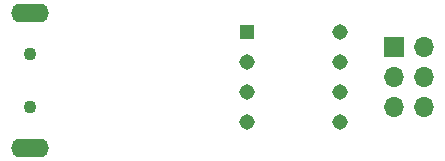
<source format=gbr>
%TF.GenerationSoftware,KiCad,Pcbnew,(5.1.10)-1*%
%TF.CreationDate,2022-01-25T20:11:50-05:00*%
%TF.ProjectId,ISP_Arduino,4953505f-4172-4647-9569-6e6f2e6b6963,rev?*%
%TF.SameCoordinates,Original*%
%TF.FileFunction,Soldermask,Bot*%
%TF.FilePolarity,Negative*%
%FSLAX46Y46*%
G04 Gerber Fmt 4.6, Leading zero omitted, Abs format (unit mm)*
G04 Created by KiCad (PCBNEW (5.1.10)-1) date 2022-01-25 20:11:50*
%MOMM*%
%LPD*%
G01*
G04 APERTURE LIST*
%ADD10C,1.308000*%
%ADD11R,1.308000X1.308000*%
%ADD12O,1.700000X1.700000*%
%ADD13R,1.700000X1.700000*%
%ADD14C,1.100000*%
%ADD15O,3.200000X1.600000*%
G04 APERTURE END LIST*
D10*
%TO.C,U1*%
X142185000Y-87530000D03*
X142185000Y-90070000D03*
X142185000Y-84990000D03*
X142185000Y-92610000D03*
D11*
X134315000Y-84990000D03*
D10*
X134315000Y-92610000D03*
X134315000Y-87530000D03*
X134315000Y-90070000D03*
%TD*%
D12*
%TO.C,J2*%
X149340000Y-91380000D03*
X146800000Y-91380000D03*
X149340000Y-88840000D03*
X146800000Y-88840000D03*
X149340000Y-86300000D03*
D13*
X146800000Y-86300000D03*
%TD*%
D14*
%TO.C,J1*%
X115900000Y-86850000D03*
X115900000Y-91350000D03*
D15*
X115900000Y-83400000D03*
X115900000Y-94800000D03*
%TD*%
M02*

</source>
